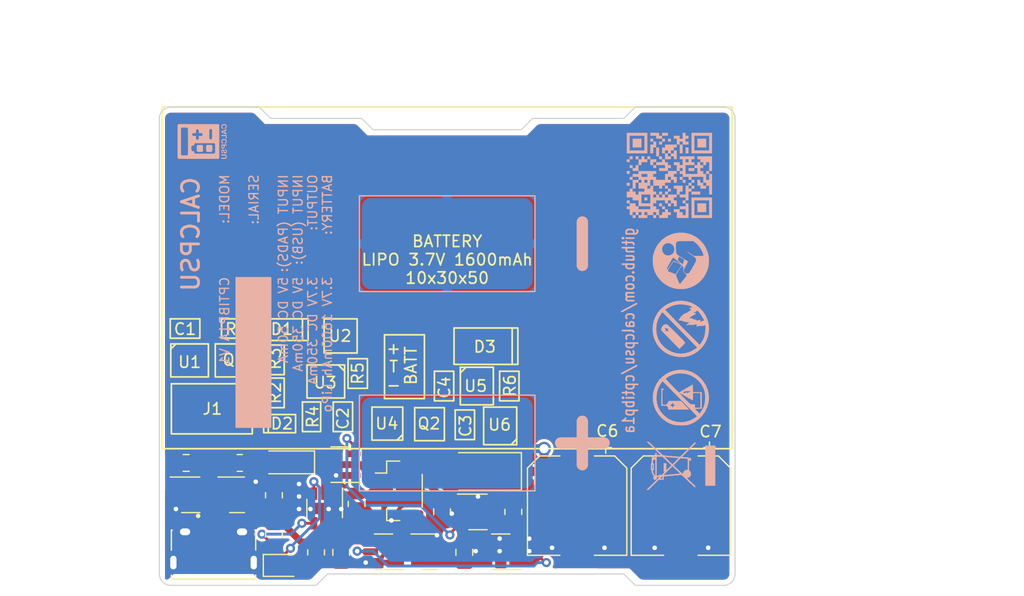
<source format=kicad_pcb>
(kicad_pcb (version 20221018) (generator pcbnew)
  (layers (0 "F.Cu" signal) (31 "B.Cu" signal) (34 "B.Paste" user) (35 "F.Paste" user) (36 "B.SilkS" user "B.Silkscreen") (37 "F.SilkS" user "F.Silkscreen") (38 "B.Mask" user) (39 "F.Mask" user) (44 "Edge.Cuts" user))
  (net 0 "")
  (net 1 "/B+")
  (net 2 "/TS")
  (net 3 "/GND")
  (net 4 "/VBUS1")
  (net 5 "/VCC")
  (net 6 "/VBUS")
  (net 7 "/CHG")
  (net 8 "/LCHG")
  (net 9 "/VOUT")
  (net 10 "/PROG2")
  (net 11 "/G")
  (net 12 "/PROG")
  (net 14 "/EN")
  (net 18 "/VOUTF")
  (net 19 "Net-(U6-~{OC})")
  (footprint "Resistor_SMD:R_0805_2012Metric" (layer "F.Cu") (at 5.8 35.55 -90)
    (fp_text reference "R6" (at -11.0875 0.3 90) (layer "F.SilkS"))
    (fp_text value "10k")
    (pad "1" smd roundrect (at -0.9125 0 270) (size 1.025 1.4) (layers "F.Cu" "F.Paste" "F.Mask") (roundrect_rratio 0.243902439) (net 3 "/GND"))
    (pad "2" smd roundrect (at 0.9125 0 270) (size 1.025 1.4) (layers "F.Cu" "F.Paste" "F.Mask") (roundrect_rratio 0.243902439) (net 19 "Net-(U6-~{OC})"))
  )
  (footprint "george:SOT-23-5_TI_DBV5" (layer "F.Cu") (at -22.5 34.05)
    (fp_text reference "U1" (at -0.1 -11.65) (layer "F.SilkS"))
    (fp_text value "NCP360SNT")
    (pad "1" smd roundrect (at -1.3 -0.95) (size 1.1 0.6) (layers "F.Cu" "F.Paste" "F.Mask") (roundrect_rratio 0.08333333333) (net 4 "/VBUS1"))
    (pad "2" smd roundrect (at -1.3 0) (size 1.1 0.6) (layers "F.Cu" "F.Paste" "F.Mask") (roundrect_rratio 0.08333333333) (net 3 "/GND"))
    (pad "3" smd roundrect (at -1.3 0.95) (size 1.1 0.6) (layers "F.Cu" "F.Paste" "F.Mask") (roundrect_rratio 0.08333333333) (net 3 "/GND"))
    (pad "4" smd roundrect (at 1.3 0.95) (size 1.1 0.6) (layers "F.Cu" "F.Paste" "F.Mask") (roundrect_rratio 0.08333333333))
    (pad "5" smd roundrect (at 1.3 -0.95) (size 1.1 0.6) (layers "F.Cu" "F.Paste" "F.Mask") (roundrect_rratio 0.08333333333) (net 6 "/VBUS"))
  )
  (footprint "george:SOT-23-5_TI_DBV5" (layer "F.Cu") (at 4.7 39.05 180)
    (fp_text reference "U6" (at 0.1 11.15) (layer "F.SilkS"))
    (fp_text value "NCP380HSN05")
    (pad "1" smd roundrect (at -1.3 -0.95 180) (size 1.1 0.6) (layers "F.Cu" "F.Paste" "F.Mask") (roundrect_rratio 0.08333333333) (net 18 "/VOUTF"))
    (pad "2" smd roundrect (at -1.3 0 180) (size 1.1 0.6) (layers "F.Cu" "F.Paste" "F.Mask") (roundrect_rratio 0.08333333333) (net 3 "/GND"))
    (pad "3" smd roundrect (at -1.3 0.95 180) (size 1.1 0.6) (layers "F.Cu" "F.Paste" "F.Mask") (roundrect_rratio 0.08333333333) (net 19 "Net-(U6-~{OC})"))
    (pad "4" smd roundrect (at 1.3 0.95 180) (size 1.1 0.6) (layers "F.Cu" "F.Paste" "F.Mask") (roundrect_rratio 0.08333333333) (net 9 "/VOUT"))
    (pad "5" smd roundrect (at 1.3 -0.95 180) (size 1.1 0.6) (layers "F.Cu" "F.Paste" "F.Mask") (roundrect_rratio 0.08333333333) (net 9 "/VOUT"))
  )
  (footprint "Package_TO_SOT_SMD:SOT-23" (layer "F.Cu") (at -1.5 39.05)
    (fp_text reference "Q2" (at -0.1 -11.25) (layer "F.SilkS"))
    (fp_text value "AO3413")
    (pad "1" smd roundrect (at -0.9375 -0.95) (size 1.475 0.6) (layers "F.Cu" "F.Paste" "F.Mask") (net 11 "/G"))
    (pad "2" smd roundrect (at -0.9375 0.95) (size 1.475 0.6) (layers "F.Cu" "F.Paste" "F.Mask") (net 9 "/VOUT"))
    (pad "3" smd roundrect (at 0.9375 0) (size 1.475 0.6) (layers "F.Cu" "F.Paste" "F.Mask") (net 5 "/VCC"))
  )
  (footprint "Capacitor_SMD:CP_Elec_8x10.5" (layer "F.Cu") (at 11.4 35 -90)
    (fp_text reference "C6" (at -6.55 -2.65 -180) (layer "F.SilkS"))
    (fp_text value "1000u/10V")
    (pad "1" smd roundrect (at -3.7 0 270) (size 3.2 2.5) (layers "F.Cu" "F.Paste" "F.Mask") (roundrect_rratio 0.1) (net 18 "/VOUTF"))
    (pad "2" smd roundrect (at 3.7 0 270) (size 3.2 2.5) (layers "F.Cu" "F.Paste" "F.Mask") (roundrect_rratio 0.1) (net 3 "/GND"))
  )
  (footprint "LED_SMD:LED_0805_2012Metric" (layer "F.Cu") (at -14.45 40.25)
    (fp_text reference "D2" (at -0.05 -12.45) (layer "F.SilkS"))
    (fp_text value "RED")
    (pad "1" smd roundrect (at -0.9375 0) (size 0.975 1.4) (layers "F.Cu" "F.Paste" "F.Mask") (net 7 "/CHG"))
    (pad "2" smd roundrect (at 0.9375 0) (size 0.975 1.4) (layers "F.Cu" "F.Paste" "F.Mask") (net 8 "/LCHG"))
  )
  (footprint "Package_TO_SOT_SMD:SOT-23" (layer "F.Cu") (at -18.4375 34.05)
    (fp_text reference "Q1" (at -0.2625 -11.85) (layer "F.SilkS"))
    (fp_text value "2N7002")
    (pad "1" smd roundrect (at -0.9375 -0.95) (size 1.475 0.6) (layers "F.Cu" "F.Paste" "F.Mask") (net 6 "/VBUS"))
    (pad "2" smd roundrect (at -0.9375 0.95) (size 1.475 0.6) (layers "F.Cu" "F.Paste" "F.Mask") (net 3 "/GND"))
    (pad "3" smd roundrect (at 0.9375 0) (size 1.475 0.6) (layers "F.Cu" "F.Paste" "F.Mask") (net 10 "/PROG2"))
  )
  (footprint "george:ENCLOSURE" (layer "F.Cu") (at 0 0)
    (fp_text reference "REF**" hide)
    (fp_text value "ENCLOSURE")
  )
  (footprint "Capacitor_SMD:C_0805_2012Metric" (layer "F.Cu") (at -0.45 35.55 -90)
    (fp_text reference "C4" (at -10.925 -0.2 90) (layer "F.SilkS"))
    (fp_text value "4u7")
    (pad "1" smd roundrect (at -0.95 0 270) (size 1 1.45) (layers "F.Cu" "F.Paste" "F.Mask") (net 1 "/B+"))
    (pad "2" smd roundrect (at 0.95 0 270) (size 1 1.45) (layers "F.Cu" "F.Paste" "F.Mask") (net 3 "/GND"))
  )
  (footprint "Resistor_SMD:R_0805_2012Metric" (layer "F.Cu") (at -15.2 37.55 -90)
    (fp_text reference "R2" (at -12.45 -0.1 90) (layer "F.SilkS"))
    (fp_text value "1k8")
    (pad "1" smd roundrect (at -0.9125 0 270) (size 1.025 1.4) (layers "F.Cu" "F.Paste" "F.Mask") (roundrect_rratio 0.243902439) (net 10 "/PROG2"))
    (pad "2" smd roundrect (at 0.9125 0 270) (size 1.025 1.4) (layers "F.Cu" "F.Paste" "F.Mask") (roundrect_rratio 0.243902439) (net 12 "/PROG"))
  )
  (footprint "Resistor_SMD:R_0805_2012Metric" (layer "F.Cu") (at -11.5 39.1 90)
    (fp_text reference "R4" (at 11.9 -0.3 90) (layer "F.SilkS"))
    (fp_text value "3k")
    (pad "1" smd roundrect (at -0.9125 0 90) (size 1.025 1.4) (layers "F.Cu" "F.Paste" "F.Mask") (roundrect_rratio 0.243902439) (net 8 "/LCHG"))
    (pad "2" smd roundrect (at 0.9125 0 90) (size 1.025 1.4) (layers "F.Cu" "F.Paste" "F.Mask") (roundrect_rratio 0.243902439) (net 5 "/VCC"))
  )
  (footprint "Resistor_SMD:R_0805_2012Metric" (layer "F.Cu") (at -7.95 34.85 90)
    (fp_text reference "R5" (at 11.4625 0.1 90) (layer "F.SilkS"))
    (fp_text value "10k")
    (pad "1" smd roundrect (at -0.9125 0 90) (size 1.025 1.4) (layers "F.Cu" "F.Paste" "F.Mask") (roundrect_rratio 0.243902439) (net 3 "/GND"))
    (pad "2" smd roundrect (at 0.9125 0 90) (size 1.025 1.4) (layers "F.Cu" "F.Paste" "F.Mask") (roundrect_rratio 0.243902439) (net 2 "/TS"))
  )
  (footprint "Capacitor_SMD:C_0805_2012Metric" (layer "F.Cu") (at -22.9 31.25)
    (fp_text reference "C1" (at -0.1 -11.75) (layer "F.SilkS"))
    (fp_text value "1u")
    (pad "1" smd roundrect (at -0.95 0) (size 1 1.45) (layers "F.Cu" "F.Paste" "F.Mask") (net 4 "/VBUS1"))
    (pad "2" smd roundrect (at 0.95 0) (size 1 1.45) (layers "F.Cu" "F.Paste" "F.Mask") (net 3 "/GND"))
  )
  (footprint "george:SOT-23-5_TI_DBV5" (layer "F.Cu") (at 2.7 35.55)
    (fp_text reference "U5" (at -0.2 -11.05) (layer "F.SilkS"))
    (fp_text value "MAX40203AUK")
    (pad "1" smd roundrect (at -1.3 -0.95) (size 1.1 0.6) (layers "F.Cu" "F.Paste" "F.Mask") (roundrect_rratio 0.08333333333) (net 1 "/B+"))
    (pad "2" smd roundrect (at -1.3 0) (size 1.1 0.6) (layers "F.Cu" "F.Paste" "F.Mask") (roundrect_rratio 0.08333333333) (net 3 "/GND"))
    (pad "3" smd roundrect (at -1.3 0.95) (size 1.1 0.6) (layers "F.Cu" "F.Paste" "F.Mask") (roundrect_rratio 0.08333333333) (net 14 "/EN"))
    (pad "4" smd roundrect (at 1.3 0.95) (size 1.1 0.6) (layers "F.Cu" "F.Paste" "F.Mask") (roundrect_rratio 0.08333333333))
    (pad "5" smd roundrect (at 1.3 -0.95) (size 1.1 0.6) (layers "F.Cu" "F.Paste" "F.Mask") (roundrect_rratio 0.08333333333) (net 9 "/VOUT"))
  )
  (footprint "george:SOT-23-6_TI_DBV6" (layer "F.Cu") (at -10.75 35.25 -90)
    (fp_text reference "U3" (at -11.05 -0.05 -180) (layer "F.SilkS"))
    (fp_text value "BQ21040")
    (pad "1" smd roundrect (at -1.3 -0.95 270) (size 1.1 0.6) (layers "F.Cu" "F.Paste" "F.Mask") (roundrect_rratio 0.08333333333) (net 2 "/TS"))
    (pad "2" smd roundrect (at -1.3 0 270) (size 1.1 0.6) (layers "F.Cu" "F.Paste" "F.Mask") (roundrect_rratio 0.08333333333) (net 1 "/B+"))
    (pad "3" smd roundrect (at -1.3 0.95 270) (size 1.1 0.6) (layers "F.Cu" "F.Paste" "F.Mask") (roundrect_rratio 0.08333333333) (net 7 "/CHG"))
    (pad "4" smd roundrect (at 1.3 0.95 270) (size 1.1 0.6) (layers "F.Cu" "F.Paste" "F.Mask") (roundrect_rratio 0.08333333333) (net 12 "/PROG"))
    (pad "5" smd roundrect (at 1.3 0 270) (size 1.1 0.6) (layers "F.Cu" "F.Paste" "F.Mask") (roundrect_rratio 0.08333333333) (net 3 "/GND"))
    (pad "6" smd roundrect (at 1.3 -0.95 270) (size 1.1 0.6) (layers "F.Cu" "F.Paste" "F.Mask") (roundrect_rratio 0.08333333333) (net 5 "/VCC"))
  )
  (footprint "Diode_SMD:D_SOD-123" (layer "F.Cu") (at -14 31.2 180)
    (fp_text reference "D1" (at 0.5 11.7) (layer "F.SilkS"))
    (fp_text value "PMEG40T10ERX")
    (pad "1" smd roundrect (at -1.65 0 180) (size 0.9 1.2) (layers "F.Cu" "F.Paste" "F.Mask") (net 5 "/VCC"))
    (pad "2" smd roundrect (at 1.65 0 180) (size 0.9 1.2) (layers "F.Cu" "F.Paste" "F.Mask") (net 6 "/VBUS"))
  )
  (footprint "mod_local:AMPHENOL_10118194-0001LF" (layer "F.Cu") (at -20.5 40)
    (fp_text reference "J1" (at -0.1 -13.5) (layer "F.SilkS"))
    (fp_text value "10118194-0001LF")
    (pad "1" smd rect (at -1.3 -2.675) (size 0.4 1.35) (layers "F.Cu" "F.Paste" "F.Mask") (net 4 "/VBUS1"))
    (pad "2" smd rect (at -0.65 -2.675) (size 0.4 1.35) (layers "F.Cu" "F.Paste" "F.Mask"))
    (pad "3" smd rect (at 0 -2.675) (size 0.4 1.35) (layers "F.Cu" "F.Paste" "F.Mask"))
    (pad "4" smd rect (at 0.65 -2.675) (size 0.4 1.35) (layers "F.Cu" "F.Paste" "F.Mask"))
    (pad "5" smd rect (at 1.3 -2.675) (size 0.4 1.35) (layers "F.Cu" "F.Paste" "F.Mask") (net 3 "/GND"))
    (pad "S1" thru_hole oval (at -2.5 -2.7) (size 1.6 0.8) (drill oval 0.9 0.6) (layers "*.Cu" "*.Mask") (net 3 "/GND"))
    (pad "S2" thru_hole oval (at 2.5 -2.7) (size 1.6 0.8) (drill oval 0.9 0.6) (layers "*.Cu" "*.Mask") (net 3 "/GND"))
    (pad "S3" thru_hole oval (at -3.525 0) (size 0.75 1.55) (drill oval 0.55 1.2) (layers "*.Cu" "*.Mask") (net 3 "/GND"))
    (pad "S3" smd rect (at -2.9 0) (size 1.3 1.55) (layers "F.Cu" "F.Paste" "F.Mask") (net 3 "/GND"))
    (pad "S4" smd rect (at -1 0) (size 1.5 1.55) (layers "F.Cu" "F.Paste" "F.Mask") (net 3 "/GND"))
    (pad "S5" smd rect (at 1 0) (size 1.5 1.55) (layers "F.Cu" "F.Paste" "F.Mask") (net 3 "/GND"))
    (pad "S6" smd rect (at 2.9 0) (size 1.3 1.55) (layers "F.Cu" "F.Paste" "F.Mask") (net 3 "/GND"))
    (pad "S6" thru_hole oval (at 3.525 0 180) (size 0.75 1.55) (drill oval 0.55 1.2) (layers "*.Cu" "*.Mask") (net 3 "/GND"))
  )
  (footprint "Capacitor_SMD:CP_Elec_8x10.5" (layer "F.Cu") (at 20.5 35 -90)
    (fp_text reference "C7" (at -6.5 -2.6 -180) (layer "F.SilkS"))
    (fp_text value "1000u/10V")
    (pad "1" smd roundrect (at -3.7 0 270) (size 3.2 2.5) (layers "F.Cu" "F.Paste" "F.Mask") (roundrect_rratio 0.1) (net 18 "/VOUTF"))
    (pad "2" smd roundrect (at 3.7 0 270) (size 3.2 2.5) (layers "F.Cu" "F.Paste" "F.Mask") (roundrect_rratio 0.1) (net 3 "/GND"))
  )
  (footprint "Capacitor_SMD:C_0805_2012Metric" (layer "F.Cu") (at 1.5 39.1 90)
    (fp_text reference "C3" (at 11.1 0.1 90) (layer "F.SilkS"))
    (fp_text value "4u7")
    (pad "1" smd roundrect (at -0.95 0 90) (size 1 1.45) (layers "F.Cu" "F.Paste" "F.Mask") (net 9 "/VOUT"))
    (pad "2" smd roundrect (at 0.95 0 90) (size 1 1.45) (layers "F.Cu" "F.Paste" "F.Mask") (net 3 "/GND"))
  )
  (footprint "Resistor_SMD:R_0805_2012Metric" (layer "F.Cu") (at -18.2 31.25)
    (fp_text reference "R1" (at -0.3 -11.75) (layer "F.SilkS"))
    (fp_text value "10k")
    (pad "1" smd roundrect (at -0.9125 0) (size 1.025 1.4) (layers "F.Cu" "F.Paste" "F.Mask") (roundrect_rratio 0.243902439) (net 3 "/GND"))
    (pad "2" smd roundrect (at 0.9125 0) (size 1.025 1.4) (layers "F.Cu" "F.Paste" "F.Mask") (roundrect_rratio 0.243902439) (net 6 "/VBUS"))
  )
  (footprint "Capacitor_SMD:C_0805_2012Metric" (layer "F.Cu") (at -9.3 39.1 -90)
    (fp_text reference "C2" (at -11.75 -0.15 90) (layer "F.SilkS"))
    (fp_text value "0u1")
    (pad "1" smd roundrect (at -0.95 0 270) (size 1 1.45) (layers "F.Cu" "F.Paste" "F.Mask") (net 5 "/VCC"))
    (pad "2" smd roundrect (at 0.95 0 270) (size 1 1.45) (layers "F.Cu" "F.Paste" "F.Mask") (net 3 "/GND"))
  )
  (footprint "Connector_JST:JST_SH_BM03B-SRSS-TB_1x03-1MP_P1.00mm_Vertical" (layer "F.Cu") (at -4.2 33.7 -90)
    (fp_text reference "BT1" hide)
    (fp_text value "LiPo")
    (pad "1" smd roundrect (at -1 1.325 270) (size 0.6 1.55) (layers "F.Cu" "F.Paste" "F.Mask") (net 1 "/B+"))
    (pad "2" smd roundrect (at 0 1.325 270) (size 0.6 1.55) (layers "F.Cu" "F.Paste" "F.Mask") (net 2 "/TS"))
    (pad "3" smd roundrect (at 1 1.325 270) (size 0.6 1.55) (layers "F.Cu" "F.Paste" "F.Mask") (net 3 "/GND"))
    (pad "MP" smd roundrect (at -2.3 -1.2 270) (size 1.2 1.8) (layers "F.Cu" "F.Paste" "F.Mask") (roundrect_rratio 0.2083333333))
    (pad "MP" smd roundrect (at 2.3 -1.2 270) (size 1.2 1.8) (layers "F.Cu" "F.Paste" "F.Mask") (roundrect_rratio 0.2083333333))
  )
  (footprint "Package_TO_SOT_SMD:SOT-23-3" (layer "F.Cu") (at -9.4 31.4 180)
    (fp_text reference "U2" (at 0 11.3) (layer "F.SilkS"))
    (fp_text value "APX809S-31SA")
    (pad "1" smd roundrect (at -1.1375 -0.95 180) (size 1.325 0.6) (layers "F.Cu" "F.Paste" "F.Mask") (net 3 "/GND"))
    (pad "2" smd roundrect (at -1.1375 0.95 180) (size 1.325 0.6) (layers "F.Cu" "F.Paste" "F.Mask") (net 14 "/EN"))
    (pad "3" smd roundrect (at 1.1375 0 180) (size 1.325 0.6) (layers "F.Cu" "F.Paste" "F.Mask") (net 1 "/B+"))
  )
  (footprint "Resistor_SMD:R_0805_2012Metric" (layer "F.Cu") (at -15.2 34.0875 -90)
    (fp_text reference "R3" (at -11.9875 -0.1 90) (layer "F.SilkS"))
    (fp_text value "8k6")
    (pad "1" smd roundrect (at -0.9125 0 270) (size 1.025 1.4) (layers "F.Cu" "F.Paste" "F.Mask") (roundrect_rratio 0.243902439) (net 3 "/GND"))
    (pad "2" smd roundrect (at 0.9125 0 270) (size 1.025 1.4) (layers "F.Cu" "F.Paste" "F.Mask") (roundrect_rratio 0.243902439) (net 10 "/PROG2"))
  )
  (footprint "Package_TO_SOT_SMD:SOT-23-3" (layer "F.Cu") (at -5.5875 39.05 180)
    (fp_text reference "U4" (at -0.2875 11.25) (layer "F.SilkS"))
    (fp_text value "APX810S-44SA")
    (pad "1" smd roundrect (at -1.1375 -0.95 180) (size 1.325 0.6) (layers "F.Cu" "F.Paste" "F.Mask") (net 3 "/GND"))
    (pad "2" smd roundrect (at -1.1375 0.95 180) (size 1.325 0.6) (layers "F.Cu" "F.Paste" "F.Mask") (net 11 "/G"))
    (pad "3" smd roundrect (at 1.1375 0 180) (size 1.325 0.6) (layers "F.Cu" "F.Paste" "F.Mask") (net 18 "/VOUTF"))
  )
  (footprint "Diode_SMD:D_SMA" (layer "F.Cu") (at 3 32 180)
    (fp_text reference "D3" (at -0.3 10.95) (layer "F.SilkS"))
    (fp_text value "5V6/3W")
    (pad "1" smd roundrect (at -2 0 180) (size 2.5 1.8) (layers "F.Cu" "F.Paste" "F.Mask") (roundrect_rratio 0.1388888889) (net 18 "/VOUTF"))
    (pad "2" smd roundrect (at 2 0 180) (size 2.5 1.8) (layers "F.Cu" "F.Paste" "F.Mask") (roundrect_rratio 0.1388888889) (net 3 "/GND"))
  )
  (footprint "george:PAD_8x15" (layer "B.Cu") (at 0 12 -90)
    (fp_text reference "J3" hide)
    (fp_text value "PAD-")
    (pad "1" smd roundrect (at 0 0 270) (size 8 15) (layers "B.Cu" "B.Mask") (roundrect_rratio 0.1) (net 3 "/GND"))
  )
  (footprint "george:PAD_8x15" (layer "B.Cu") (at 0 29.5 90)
    (fp_text reference "J2" hide)
    (fp_text value "PAD+")
    (pad "1" smd roundrect (at 0 0 90) (size 8 15) (layers "B.Cu" "B.Mask") (roundrect_rratio 0.1) (net 18 "/VOUTF"))
  )
  (footprint "george:graphic_batterysafety" (layer "B.Cu") (at 20.5 19.5 -90)
    (fp_text reference "REF**" hide)
    (fp_text value "graphic_batterysafety")
  )
  (footprint "LOGO" (layer "B.Cu") (at 19.5 6 180)
    (fp_text reference "G***" hide)
    (fp_text value "LOGO" hide)
  )
  (footprint "george:graphic_calcpsulogo" (layer "B.Cu") (at -21.5 3.05 -90)
    (fp_text reference "REF**" hide)
    (fp_text value "graphic_calcpsulogo" hide)
  )
  (footprint "Symbol:WEEE-Logo_4.2x6mm_SilkScreen" (layer "B.Cu") (at 20.5 31.5 -90)
    (fp_text reference "REF**" hide)
    (fp_text value "WEEE-Logo_4.2x6mm_SilkScreen" hide)
  )
  (gr_rect (start -18.5 15) (end -15.5 28.1) (stroke (width 0.15)) (fill solid) (layer "B.SilkS"))
  (gr_line (start 5.7 22.6) (end 5.7 19.4) (stroke (width 0.15)) (layer "F.SilkS"))
  (gr_rect (start -2.85 26.4) (end -0.25 29.3) (stroke (width 0.15)) (fill none) (layer "F.SilkS"))
  (gr_rect (start -16 20.9) (end -14.3 23.5) (stroke (width 0.15)) (fill none) (layer "F.SilkS"))
  (gr_rect (start -24.2 24.3) (end -17.1 28.7) (stroke (width 0.15)) (fill none) (layer "F.SilkS"))
  (gr_rect (start -16 23.8) (end -14.3 26.4) (stroke (width 0.15)) (fill none) (layer "F.SilkS"))
  (gr_rect (start -19.8 18.6) (end -17.2 20.3) (stroke (width 0.15)) (fill none) (layer "F.SilkS"))
  (gr_rect (start 0.7 26.6) (end 2.4 29.2) (stroke (width 0.15)) (fill none) (layer "F.SilkS"))
  (gr_rect (start -12.7 25.9) (end -11.1 28.5) (stroke (width 0.15)) (fill none) (layer "F.SilkS"))
  (gr_rect (start -1.125 23.2) (end 0.575 25.8) (stroke (width 0.15)) (fill none) (layer "F.SilkS"))
  (gr_rect (start 1.15 22.85) (end 4.05 26.15) (stroke (width 0.15)) (fill none) (layer "F.SilkS"))
  (gr_line (start 1.15 23.35) (end 1.65 22.85) (stroke (width 0.15)) (layer "F.SilkS"))
  (gr_line (start -24.2 21.2) (end -23.8 20.8) (stroke (width 0.15)) (layer "F.SilkS"))
  (gr_rect (start -8.7 22.1) (end -7 24.7) (stroke (width 0.15)) (fill none) (layer "F.SilkS"))
  (gr_rect (start -12.3 22.65) (end -9 25.55) (stroke (width 0.15)) (fill none) (layer "F.SilkS"))
  (gr_rect (start -5.5 20) (end -2 25.6) (stroke (width 0.15)) (fill none) (layer "F.SilkS"))
  (gr_line (start -3.9 28.75) (end -4.4 29.25) (stroke (width 0.15)) (layer "F.SilkS"))
  (gr_rect (start -10 25.9) (end -8.3 28.5) (stroke (width 0.15)) (fill none) (layer "F.SilkS"))
  (gr_rect (start -16.1 27) (end -13.3 28.6) (stroke (width 0.15)) (fill none) (layer "F.SilkS"))
  (gr_rect (start -16.6 18.6) (end -12.2 20.5) (stroke (width 0.15)) (fill none) (layer "F.SilkS"))
  (gr_line (start -9.5 22.7) (end -9 23.2) (stroke (width 0.15)) (layer "F.SilkS"))
  (gr_line (start -15.7 27) (end -15.7 28.6) (stroke (width 0.15)) (layer "F.SilkS"))
  (gr_rect (start -10.8 18.6) (end -7.9 21.6) (stroke (width 0.15)) (fill none) (layer "F.SilkS"))
  (gr_rect (start 4.6 23.2) (end 6.3 25.8) (stroke (width 0.15)) (fill none) (layer "F.SilkS"))
  (gr_rect (start 3.2 26.35) (end 6.1 29.65) (stroke (width 0.15)) (fill none) (layer "F.SilkS"))
  (gr_rect (start 0.6 19.4) (end 6.2 22.6) (stroke (width 0.15)) (fill none) (layer "F.SilkS"))
  (gr_rect (start -24.3 18.6) (end -21.7 20.3) (stroke (width 0.15)) (fill none) (layer "F.SilkS"))
  (gr_rect (start -25 0) (end 25 30) (stroke (width 0.15)) (fill none) (layer "F.SilkS"))
  (gr_rect (start -6.6 26.35) (end -3.9 29.25) (stroke (width 0.15)) (fill none) (layer "F.SilkS"))
  (gr_line (start 6.1 29.15) (end 5.6 29.65) (stroke (width 0.15)) (layer "F.SilkS"))
  (gr_rect (start -24.25 20.8) (end -20.95 23.7) (stroke (width 0.15)) (fill none) (layer "F.SilkS"))
  (gr_rect (start -20.35 20.8) (end -17.05 23.7) (stroke (width 0.15)) (fill none) (layer "F.SilkS"))
  (gr_line (start -12.7 18.6) (end -12.7 20.5) (stroke (width 0.15)) (layer "F.SilkS"))
  (gr_line (start 6.5 2) (end 7.5 1) (stroke (width 0.1)) (layer "Edge.Cuts"))
  (gr_line (start 15.5 1) (end 16.5 0) (stroke (width 0.1)) (layer "Edge.Cuts"))
  (gr_line (start -10.5 41) (end 15.5 41) (stroke (width 0.1)) (layer "Edge.Cuts"))
  (gr_line (start -11.5 42) (end -24.25 42) (stroke (width 0.1)) (layer "Edge.Cuts"))
  (gr_line (start 16.5 0) (end 24.25 0) (stroke (width 0.1)) (layer "Edge.Cuts"))
  (gr_line (start 25.25 1) (end 25.25 41) (stroke (width 0.1)) (layer "Edge.Cuts"))
  (gr_line (start -24.25 0) (end -16.5 0) (stroke (width 0.1)) (layer "Edge.Cuts"))
  (gr_line (start 7.5 1) (end 15.5 1) (stroke (width 0.1)) (layer "Edge.Cuts"))
  (gr_line (start -7.5 1) (end -6.5 2) (stroke (width 0.1)) (layer "Edge.Cuts"))
  (gr_arc (start 24.25 0) (mid 24.957107 0.292893) (end 25.25 1) (stroke (width 0.1)) (layer "Edge.Cuts"))
  (gr_line (start 15.5 41) (end 16.5 42) (stroke (width 0.1)) (layer "Edge.Cuts"))
  (gr_line (start -25.25 41) (end -25.25 1) (stroke (width 0.1)) (layer "Edge.Cuts"))
  (gr_line (start -6.5 2) (end 6.5 2) (stroke (width 0.1)) (layer "Edge.Cuts"))
  (gr_line (start -15.5 1) (end -16.5 0) (stroke (width 0.1)) (layer "Edge.Cuts"))
  (gr_line (start -15.5 1) (end -7.5 1) (stroke (width 0.1)) (layer "Edge.Cuts"))
  (gr_arc (start 25.25 41) (mid 24.957107 41.707107) (end 24.25 42) (stroke (width 0.1)) (layer "Edge.Cuts"))
  (gr_arc (start -25.25 1) (mid -24.957107 0.292893) (end -24.25 0) (stroke (width 0.1)) (layer "Edge.Cuts"))
  (gr_arc (start -24.25 42) (mid -24.957107 41.707107) (end -25.25 41) (stroke (width 0.1)) (layer "Edge.Cuts"))
  (gr_line (start -10.5 41) (end -11.5 42) (stroke (width 0.1)) (layer "Edge.Cuts"))
  (gr_line (start 16.5 42) (end 24.25 42) (stroke (width 0.1)) (layer "Edge.Cuts"))
  (gr_text "+" (at 11.5 29.5 90) (layer "B.SilkS") (effects (font (size 5 5) (thickness 1) bold) (justify mirror)))
  (gr_text "github.com/calcpsu/cptibp1a" (at 16.5 10.5 90) (layer "B.SilkS") (effects (font (size 1 0.8)) (justify left bottom mirror)))
  (gr_text "MODEL:\n\nSERIAL:\n\nINPUT (PADS):\nINPUT (USB):\nOUTPUT:\nBATTERY:" (at -20 5.85 90) (layer "B.SilkS") (effects (font (size 0.8 0.8) (thickness 0.12)) (justify left top mirror)))
  (gr_text "CALCPSU" (at -22.5 6 90) (layer "B.SilkS") (effects (font (size 1.5 1.5) (thickness 0.25) bold) (justify left mirror)))
  (gr_text "-" (at 11.5 12 90) (layer "B.SilkS") (effects (font (size 5 5) (thickness 1) bold) (justify mirror)))
  (gr_text "CPTIBP1A V1\n\n\n\n5V DC 50mA\n5V DC 350mA\n3.7V DC 350mA\n3.7V 1600mAh LiPo" (at -20 14.85 90) (layer "B.SilkS") (effects (font (size 0.8 0.8) (thickness 0.12)) (justify left top mirror)))
  (gr_text "BATT" (at -2.6 24.5 90) (layer "F.SilkS") (effects (font (size 1 1)) (justify left bottom)))
  (gr_text "BATTERY\nLIPO 3.7V 1600mAh\n10x30x50" (at 0 15.6) (layer "F.SilkS") (effects (font (size 1 1)) (justify bottom)))
  (gr_text "+\nT\n-" (at -4.7 22.8) (layer "F.SilkS") (effects (font (size 1 1))))
  (segment (start -7.626606 31.4) (end -10.5375 31.4) (width 0.6) (layer "F.Cu") (net 1))
  (segment (start -7.1 31.926606) (end -7.626606 31.4) (width 0.6) (layer "F.Cu") (net 1))
  (segment (start -0.15 34.6) (end -2.05 32.7) (width 0.6) (layer "F.Cu") (net 1))
  (segment (start 1.4 34.6) (end -0.45 34.6) (width 0.6) (layer "F.Cu") (net 1))
  (segment (start -10.75 31.6125) (end -10.5375 31.4) (width 0.6) (layer "F.Cu") (net 1))
  (segment (start -7.1 31.95) (end -7.1 31.926606) (width 0.6) (layer "F.Cu") (net 1))
  (segment (start -6.35 32.7) (end -7.1 31.95) (width 0.6) (layer "F.Cu") (net 1))
  (segment (start -2.05 32.7) (end -6.35 32.7) (width 0.6) (layer "F.Cu") (net 1))
  (segment (start -10.75 33.95) (end -10.75 31.6125) (width 0.6) (layer "F.Cu") (net 1))
  (segment (start -5.525 33.7) (end -6.7 33.7) (width 0.4) (layer "F.Cu") (net 2))
  (segment (start -9.8 33.95) (end -7.9625 33.95) (width 0.4) (layer "F.Cu") (net 2))
  (segment (start -6.7 33.7) (end -6.9375 33.9375) (width 0.4) (layer "F.Cu") (net 2))
  (segment (start -7.9625 33.95) (end -7.95 33.9375) (width 0.4) (layer "F.Cu") (net 2))
  (segment (start -6.9375 33.9375) (end -7.95 33.9375) (width 0.4) (layer "F.Cu") (net 2))
  (segment (start 2.325 37.325) (end 2.325 34.575) (width 0.25) (layer "F.Cu") (net 3))
  (segment (start 2.325 34.575) (end 2.7 34.2) (width 0.25) (layer "F.Cu") (net 3))
  (segment (start 2.7 34.2) (end 2.325 33.825) (width 0.25) (layer "F.Cu") (net 3))
  (segment (start 1.5 38.15) (end 2.325 37.325) (width 0.25) (layer "F.Cu") (net 3))
  (segment (start -8.2625 32.35) (end -9.75 32.35) (width 0.6) (layer "F.Cu") (net 3))
  (segment (start 2.325 33.825) (end 2.325 33.325) (width 0.25) (layer "F.Cu") (net 3))
  (segment (start 2.325 33.325) (end 1 32) (width 0.25) (layer "F.Cu") (net 3))
  (via (at 2.7 34.2) (size 0.8) (drill 0.4) (layers "F.Cu" "B.Cu") (net 3))
  (via (at -23.8 35.3) (size 0.8) (drill 0.4) (layers "F.Cu" "B.Cu") (net 3))
  (via (at -10.4 35.3) (size 0.8) (drill 0.4) (layers "F.Cu" "B.Cu") (net 3))
  (via (at -12 35.3) (size 0.8) (drill 0.4) (layers "F.Cu" "B.Cu") (net 3))
  (via (at -16.8 32.9) (size 0.8) (drill 0.4) (layers "F.Cu" "B.Cu") (net 3))
  (via (at 22.9 38.7) (size 0.8) (drill 0.4) (layers "F.Cu" "B.Cu") (net 3))
  (via (at -9.75 32.35) (size 0.8) (drill 0.4) (layers "F.Cu" "B.Cu") (net 3))
  (via (at 7.2 39) (size 0.8) (drill 0.4) (layers "F.Cu" "B.Cu") (net 3))
  (via (at 2.5 39) (size 0.8) (drill 0.4) (layers "F.Cu" "B.Cu") (net 3))
  (via (at 4.6 39) (size 0.8) (drill 0.4) (layers "F.Cu" "B.Cu") (net 3))
  (via (at -9.3 35.3) (size 0.8) (drill 0.4) (layers "F.Cu" "B.Cu") (net 3))
  (via (at 9.2 38.7) (size 0.8) (drill 0.4) (layers "F.Cu" "B.Cu") (net 3))
  (via (at -13 34.2) (size 0.8) (drill 0.4) (layers "F.Cu" "B.Cu") (net 3))
  (via (at 18.2 38.7) (size 0.8) (drill 0.4) (layers "F.Cu" "B.Cu") (net 3))
  (via (at 7.2 37.9) (size 0.8) (drill 0.4) (layers "F.Cu" "B.Cu") (net 3))
  (via (at -0.9 37.6) (size 0.8) (drill 0.4) (layers "F.Cu" "B.Cu") (net 3))
  (via (at 4.6 37.9) (size 0.8) (drill 0.4) (layers "F.Cu" "B.Cu") (net 3))
  (via (at 0.4 35.7) (size 0.8) (drill 0.4) (layers "F.Cu" "B.Cu") (net 3))
  (via (at -4.9 36.3) (size 0.8) (drill 0.4) (layers "F.Cu" "B.Cu") (net 3))
  (via (at 13.8 38.7) (size 0.8) (drill 0.4) (layers "F.Cu" "B.Cu") (net 3))
  (via (at -7.15 40) (size 0.8) (drill 0.4) (layers "F.Cu" "B.Cu") (net 3))
  (via (at -13 33.1) (size 0.8) (drill 0.4) (layers "F.Cu" "B.Cu") (net 3))
  (via (at -13 35.3) (size 0.8) (drill 0.4) (layers "F.Cu" "B.Cu") (net 3))
  (segment (start 0 12) (end 0 17) (width 0.8) (layer "B.Cu") (net 3))
  (segment (start 0 12) (end 0 7) (width 0.8) (layer "B.Cu") (net 3))
  (segment (start 0 12) (end -9 12) (width 0.8) (layer "B.Cu") (net 3))
  (segment (start 0 12) (end 9.5 12) (width 0.8) (layer "B.Cu") (net 3))
  (segment (start -22.75 35.75) (end -21.8 36.7) (width 0.4) (layer "F.Cu") (net 4))
  (segment (start -23.8 33.1) (end -23.15 33.1) (width 0.4) (layer "F.Cu") (net 4))
  (segment (start -22.75 33.5) (end -22.75 35.75) (width 0.4) (layer "F.Cu") (net 4))
  (segment (start -23.8 33.1) (end -23.8 31.3) (width 0.4) (layer "F.Cu") (net 4))
  (segment (start -23.15 33.1) (end -22.75 33.5) (width 0.4) (layer "F.Cu") (net 4))
  (segment (start -9.3 38.15) (end -9.3 38.1) (width 0.6) (layer "F.Cu") (net 5))
  (segment (start -9.3 38.1) (end -9.3875 38.1875) (width 0.6) (layer "F.Cu") (net 5))
  (segment (start -9.3875 38.1875) (end -10.2 38.1875) (width 0.6) (layer "F.Cu") (net 5))
  (segment (start -13.3 31.2) (end -14 31.9) (width 0.6) (layer "F.Cu") (net 5))
  (segment (start -12.35 31.2) (end -13.3 31.2) (width 0.6) (layer "F.Cu") (net 5))
  (segment (start -11.4125 38.1) (end -11.5 38.1875) (width 0.4) (layer "F.Cu") (net 5))
  (segment (start -14 31.9) (end -14 37) (width 0.6) (layer "F.Cu") (net 5))
  (segment (start -9.3 37.05) (end -9.8 36.55) (width 0.6) (layer "F.Cu") (net 5))
  (segment (start -12.8125 38.1875) (end -11.5 38.1875) (width 0.6) (layer "F.Cu") (net 5))
  (segment (start -6.035894 38.1) (end -5.085894 39.05) (width 0.6) (layer "F.Cu") (net 5))
  (segment (start -9.3 38.15) (end -9.3 37.05) (width 0.6) (layer "F.Cu") (net 5))
  (segment (start -11.5 38.1875) (end -10.2 38.1875) (width 0.6) (layer "F.Cu") (net 5))
  (segment (start -14 37) (end -12.8125 38.1875) (width 0.6) (layer "F.Cu") (net 5))
  (segment (start -5.085894 39.05) (end -0.5625 39.05) (width 0.6) (layer "F.Cu") (net 5))
  (segment (start -9.3 38.1) (end -6.035894 38.1) (width 0.6) (layer "F.Cu") (net 5))
  (segment (start -21.2 33.1) (end -19.375 33.1) (width 0.6) (layer "F.Cu") (net 6))
  (segment (start -19.1375 33.1) (end -17.2875 31.25) (width 0.6) (layer "F.Cu") (net 6))
  (segment (start -17.2875 31.25) (end -15.7 31.25) (width 0.6) (layer "F.Cu") (net 6))
  (segment (start -14.5 39.5) (end -14.5 40.25) (width 0.25) (layer "F.Cu") (net 7))
  (segment (start -11.7 33.95) (end -11.7 32.9) (width 0.25) (layer "F.Cu") (net 7))
  (segment (start -14.5 40.25) (end -15.3875 40.25) (width 0.25) (layer "F.Cu") (net 7))
  (segment (start -13.75 38.75) (end -14.5 39.5) (width 0.25) (layer "F.Cu") (net 7))
  (via (at -11.7 32.9) (size 0.8) (drill 0.4) (layers "F.Cu" "B.Cu") (net 7))
  (via (at -13.75 38.75) (size 0.8) (drill 0.4) (layers "F.Cu" "B.Cu") (net 7))
  (segment (start -11.2 33.4) (end -11.7 32.9) (width 0.25) (layer "B.Cu") (net 7))
  (segment (start -13.75 38.75) (end -13.75 38.65) (width 0.25) (layer "B.Cu") (net 7))
  (segment (start -13.75 38.65) (end -11.2 36.1) (width 0.25) (layer "B.Cu") (net 7))
  (segment (start -11.2 36.1) (end -11.2 33.4) (width 0.25) (layer "B.Cu") (net 7))
  (segment (start -12.2125 40) (end -13.2625 40) (width 0.25) (layer "F.Cu") (net 8))
  (segment (start 2.95 35.45) (end 3.8 34.6) (width 0.6) (layer "F.Cu") (net 9))
  (segment (start 3.4 38.1) (end 3.4 37.429204) (width 0.6) (layer "F.Cu") (net 9))
  (segment (start 3.4 37.429204) (end 2.95 36.979204) (width 0.6) (layer "F.Cu") (net 9))
  (segment (start 2.95 36.979204) (end 2.95 35.45) (width 0.6) (layer "F.Cu") (net 9))
  (segment (start 3.4 40) (end 1.55 40) (width 0.6) (layer "F.Cu") (net 9))
  (segment (start -2.4375 40) (end 1.45 40) (width 0.6) (layer "F.Cu") (net 9))
  (segment (start 1.45 40) (end 1.5 40.05) (width 0.6) (layer "F.Cu") (net 9))
  (segment (start 3.4 40) (end 3.4 38.1) (width 0.6) (layer "F.Cu") (net 9))
  (segment (start 1.55 40) (end 1.5 40.05) (width 0.6) (layer "F.Cu") (net 9))
  (segment (start 3.8 34.6) (end 4 34.6) (width 0.6) (layer "F.Cu") (net 9))
  (segment (start -17.5 34.05) (end -15.5 34.05) (width 0.25) (layer "F.Cu") (net 10))
  (segment (start -15.2 35) (end -15.2 36.6375) (width 0.25) (layer "F.Cu") (net 10))
  (segment (start -15.5 34.05) (end -15.2 34.35) (width 0.25) (layer "F.Cu") (net 10))
  (segment (start -15.2 34.35) (end -15.2 35) (width 0.25) (layer "F.Cu") (net 10))
  (segment (start -4.45 38.1) (end -2.4375 38.1) (width 0.25) (layer "F.Cu") (net 11))
  (segment (start -12.75 36.55) (end -11.7 36.55) (width 0.25) (layer "F.Cu") (net 12))
  (segment (start -15.29651 38.4625) (end -16.254505 37.504505) (width 0.25) (layer "F.Cu") (net 12))
  (via (at -16.254505 37.504505) (size 0.8) (drill 0.4) (layers "F.Cu" "B.Cu") (net 12))
  (via (at -12.75 36.55) (size 0.8) (drill 0.4) (layers "F.Cu" "B.Cu") (net 12))
  (segment (start -12.75 36.55) (end -13.704505 37.504505) (width 0.25) (layer "B.Cu") (net 12))
  (segment (start -13.704505 37.504505) (end -16.254505 37.504505) (width 0.25) (layer "B.Cu") (net 12))
  (segment (start 0.234641 37.574142) (end 0.234641 37.465359) (width 0.25) (layer "F.Cu") (net 14))
  (segment (start -8.2625 29.6375) (end -8.2625 30.45) (width 0.25) (layer "F.Cu") (net 14))
  (segment (start 1.2 36.5) (end 1.4 36.5) (width 0.25) (layer "F.Cu") (net 14))
  (segment (start 0.234641 37.465359) (end 1.2 36.5) (width 0.25) (layer "F.Cu") (net 14))
  (segment (start -8.8 29.1) (end -8.2625 29.6375) (width 0.25) (layer "F.Cu") (net 14))
  (via (at 0.234641 37.574142) (size 0.8) (drill 0.4) (layers "F.Cu" "B.Cu") (net 14))
  (via (at -8.8 29.1) (size 0.8) (drill 0.4) (layers "F.Cu" "B.Cu") (net 14))
  (segment (start -8.8 33.325) (end -8.8 29.1) (width 0.25) (layer "B.Cu") (net 14))
  (segment (start -7.15 34.975) (end -8.8 33.325) (width 0.25) (layer "B.Cu") (net 14))
  (segment (start 0.234641 37.574142) (end -2.364501 34.975) (width 0.25) (layer "B.Cu") (net 14))
  (segment (start -2.364501 34.975) (end -7.15 34.975) (width 0.25) (layer "B.Cu") (net 14))
  (segment (start 8.15 32.325) (end 7.825 32) (width 0.6) (layer "F.Cu") (net 18))
  (segment (start 7.5 40) (end 8.15 39.35) (width 0.6) (layer "F.Cu") (net 18))
  (segment (start 8.6 40) (end 8.15 39.55) (width 0.25) (layer "F.Cu") (net 18))
  (segment (start 6 40) (end 7.5 40) (width 0.6) (layer "F.Cu") (net 18))
  (segment (start 8.7 40) (end 8.6 40) (width 0.25) (layer "F.Cu") (net 18))
  (segment (start 11.4 31.3) (end 20.5 31.3) (width 0.8) (layer "F.Cu") (net 18))
  (segment (start -7.85 39.05) (end -7.9 39) (width 0.25) (layer "F.Cu") (net 18))
  (segment (start 5 32) (end 7.825 32) (width 0.8) (layer "F.Cu") (net 18))
  (segment (start 8.5 32) (end 10.7 32) (width 0.8) (layer "F.Cu") (net 18))
  (segment (start 8.15 39.55) (end 8.15 39.35) (width 0.25) (layer "F.Cu") (net 18))
  (segment (start -6.725 39.05) (end -7.85 39.05) (width 0.25) (layer "F.Cu") (net 18))
  (segment (start 8.5 30) (end 8.5 32) (width 0.8) (layer "F.Cu") (net 18))
  (segment (start 8.15 39.35) (end 8.15 32.325) (width 0.6) (layer "F.Cu") (net 18))
  (segment (start 10.7 32) (end 11.4 31.3) (width 0.8) (layer "F.Cu") (net 18))
  (segment (start 7.825 32) (end 8.5 32) (width 0.8) (layer "F.Cu") (net 18))
  (via (at -7.9 39) (size 0.8) (drill 0.4) (layers "F.Cu" "B.Cu") (net 18))
  (via (at 8.5 30) (size 1.2) (drill 0.8) (layers "F.Cu" "B.Cu") (net 18))
  (via (at 8.7 40) (size 0.8) (drill 0.4) (layers "F.Cu" "B.Cu") (net 18))
  (segment (start -5.2 40.3) (end 7.6 40.3) (width 0.25) (layer "B.Cu") (net 18))
  (segment (start 7.9 40) (end 8.7 40) (width 0.25) (layer "B.Cu") (net 18))
  (segment (start -7.9 39) (end -6.5 39) (width 0.25) (layer "B.Cu") (net 18))
  (segment (start 8.5 30) (end 0 30) (width 0.8) (layer "B.Cu") (net 18))
  (segment (start 7.6 40.3) (end 7.9 40) (width 0.25) (layer "B.Cu") (net 18))
  (segment (start -6.5 39) (end -5.2 40.3) (width 0.25) (layer "B.Cu") (net 18))
  (segment (start 6 38.1) (end 6 36.6625) (width 0.25) (layer "F.Cu") (net 19))
  (segment (start 6 36.6625) (end 5.8 36.4625) (width 0.25) (layer "F.Cu") (net 19))
  (zone (net 3) (net_name "/GND") (layers "F&B.Cu") (connect_pads (clearance 0.25)) (min_thickness 0.25) (fill yes (thermal_gap 0.5) (thermal_bridge_width 0.5) (smoothing fillet) (radius 0.5))
    (polygon (pts (xy -24.75 41.5) (xy -24.5 41.5) (xy -24 41) (xy -17 41) (xy -16.5 41.5) (xy -12 41.5) (xy -11 40.5) (xy 16 40.5) (xy 17 41.5) (xy 24.75 41.5) (xy 24.75 0.5) (xy 17.004756 0.5) (xy 16 1.5) (xy 8 1.5) (xy 7 2.5) (xy -7 2.5) (xy -8 1.5) (xy -16 1.5) (xy -17 0.5) (xy -24.75 0.5)))
  )
)
</source>
